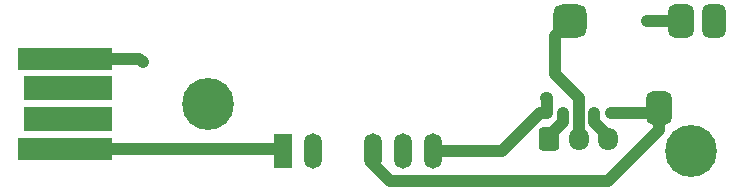
<source format=gtl>
G04 #@! TF.GenerationSoftware,KiCad,Pcbnew,6.0.4-6f826c9f35~116~ubuntu18.04.1*
G04 #@! TF.CreationDate,2022-04-21T19:50:10+02:00*
G04 #@! TF.ProjectId,PSU_DCDC_1,5053555f-4443-4444-935f-312e6b696361,rev?*
G04 #@! TF.SameCoordinates,Original*
G04 #@! TF.FileFunction,Copper,L1,Top*
G04 #@! TF.FilePolarity,Positive*
%FSLAX46Y46*%
G04 Gerber Fmt 4.6, Leading zero omitted, Abs format (unit mm)*
G04 Created by KiCad (PCBNEW 6.0.4-6f826c9f35~116~ubuntu18.04.1) date 2022-04-21 19:50:10*
%MOMM*%
%LPD*%
G01*
G04 APERTURE LIST*
G04 Aperture macros list*
%AMRoundRect*
0 Rectangle with rounded corners*
0 $1 Rounding radius*
0 $2 $3 $4 $5 $6 $7 $8 $9 X,Y pos of 4 corners*
0 Add a 4 corners polygon primitive as box body*
4,1,4,$2,$3,$4,$5,$6,$7,$8,$9,$2,$3,0*
0 Add four circle primitives for the rounded corners*
1,1,$1+$1,$2,$3*
1,1,$1+$1,$4,$5*
1,1,$1+$1,$6,$7*
1,1,$1+$1,$8,$9*
0 Add four rect primitives between the rounded corners*
20,1,$1+$1,$2,$3,$4,$5,0*
20,1,$1+$1,$4,$5,$6,$7,0*
20,1,$1+$1,$6,$7,$8,$9,0*
20,1,$1+$1,$8,$9,$2,$3,0*%
G04 Aperture macros list end*
G04 #@! TA.AperFunction,ComponentPad*
%ADD10R,1.500000X3.000000*%
G04 #@! TD*
G04 #@! TA.AperFunction,ComponentPad*
%ADD11O,1.500000X3.000000*%
G04 #@! TD*
G04 #@! TA.AperFunction,SMDPad,CuDef*
%ADD12RoundRect,0.500000X0.500000X0.900000X-0.500000X0.900000X-0.500000X-0.900000X0.500000X-0.900000X0*%
G04 #@! TD*
G04 #@! TA.AperFunction,SMDPad,CuDef*
%ADD13RoundRect,0.700000X0.700000X0.700000X-0.700000X0.700000X-0.700000X-0.700000X0.700000X-0.700000X0*%
G04 #@! TD*
G04 #@! TA.AperFunction,SMDPad,CuDef*
%ADD14RoundRect,0.550000X0.550000X0.850000X-0.550000X0.850000X-0.550000X-0.850000X0.550000X-0.850000X0*%
G04 #@! TD*
G04 #@! TA.AperFunction,ConnectorPad*
%ADD15R,8.000000X1.900000*%
G04 #@! TD*
G04 #@! TA.AperFunction,ConnectorPad*
%ADD16R,7.500000X2.000000*%
G04 #@! TD*
G04 #@! TA.AperFunction,ComponentPad*
%ADD17C,0.700000*%
G04 #@! TD*
G04 #@! TA.AperFunction,ComponentPad*
%ADD18C,4.400000*%
G04 #@! TD*
G04 #@! TA.AperFunction,ComponentPad*
%ADD19RoundRect,0.250000X-0.600000X-0.725000X0.600000X-0.725000X0.600000X0.725000X-0.600000X0.725000X0*%
G04 #@! TD*
G04 #@! TA.AperFunction,ComponentPad*
%ADD20O,1.700000X1.950000*%
G04 #@! TD*
G04 #@! TA.AperFunction,SMDPad,CuDef*
%ADD21R,0.600000X0.700000*%
G04 #@! TD*
G04 #@! TA.AperFunction,ViaPad*
%ADD22C,0.800000*%
G04 #@! TD*
G04 #@! TA.AperFunction,ViaPad*
%ADD23C,1.000000*%
G04 #@! TD*
G04 #@! TA.AperFunction,Conductor*
%ADD24C,1.000000*%
G04 #@! TD*
G04 APERTURE END LIST*
D10*
G04 #@! TO.P,PS1,1,+Vin*
G04 #@! TO.N,Net-(J2-Pad1)*
X133377500Y-104000000D03*
D11*
G04 #@! TO.P,PS1,2,-Vin*
G04 #@! TO.N,Net-(J2-Pad4)*
X135917500Y-104000000D03*
G04 #@! TO.P,PS1,4,-Vout*
G04 #@! TO.N,/out-*
X140997500Y-104000000D03*
G04 #@! TO.P,PS1,5,0V*
G04 #@! TO.N,/out0*
X143537500Y-104000000D03*
G04 #@! TO.P,PS1,6,+Vout*
G04 #@! TO.N,/out+*
X146077500Y-104000000D03*
G04 #@! TD*
D12*
G04 #@! TO.P,J1,1*
G04 #@! TO.N,unconnected-(J1-Pad1)*
X169850000Y-93000000D03*
D13*
G04 #@! TO.P,J1,2*
G04 #@! TO.N,/out0*
X157650000Y-93000000D03*
D14*
G04 #@! TO.P,J1,3*
G04 #@! TO.N,/out-*
X165150000Y-100400000D03*
G04 #@! TO.P,J1,4*
G04 #@! TO.N,/out+*
X167050000Y-93000000D03*
G04 #@! TD*
D15*
G04 #@! TO.P,J2,1,VBUS*
G04 #@! TO.N,Net-(J2-Pad1)*
X114895000Y-103810000D03*
D16*
G04 #@! TO.P,J2,2,D-*
G04 #@! TO.N,unconnected-(J2-Pad2)*
X115145000Y-101300000D03*
G04 #@! TO.P,J2,3,D+*
G04 #@! TO.N,unconnected-(J2-Pad3)*
X115145000Y-98700000D03*
D15*
G04 #@! TO.P,J2,4,GND*
G04 #@! TO.N,Net-(J2-Pad4)*
X114895000Y-96190000D03*
G04 #@! TD*
D17*
G04 #@! TO.P,REF\u002A\u002A,1*
G04 #@! TO.N,N/C*
X128166726Y-101166726D03*
X125833274Y-98833274D03*
X128166726Y-98833274D03*
X125833274Y-101166726D03*
X128650000Y-100000000D03*
D18*
X127000000Y-100000000D03*
D17*
X127000000Y-98350000D03*
X125350000Y-100000000D03*
X127000000Y-101650000D03*
G04 #@! TD*
D19*
G04 #@! TO.P,J3,1,Pin_1*
G04 #@! TO.N,Net-(D2-Pad2)*
X155900000Y-103000000D03*
D20*
G04 #@! TO.P,J3,2,Pin_2*
G04 #@! TO.N,/out0*
X158400000Y-103000000D03*
G04 #@! TO.P,J3,3,Pin_3*
G04 #@! TO.N,Net-(D1-Pad1)*
X160900000Y-103000000D03*
G04 #@! TD*
D21*
G04 #@! TO.P,D2,1,K*
G04 #@! TO.N,/out+*
X155700000Y-100750000D03*
G04 #@! TO.P,D2,2,A*
G04 #@! TO.N,Net-(D2-Pad2)*
X157100000Y-100750000D03*
G04 #@! TD*
D17*
G04 #@! TO.P,REF\u002A\u002A,1*
G04 #@! TO.N,N/C*
X169066726Y-105166726D03*
X169066726Y-102833274D03*
X169550000Y-104000000D03*
X167900000Y-102350000D03*
D18*
X167900000Y-104000000D03*
D17*
X166733274Y-105166726D03*
X166250000Y-104000000D03*
X166733274Y-102833274D03*
X167900000Y-105650000D03*
G04 #@! TD*
D21*
G04 #@! TO.P,D1,1,K*
G04 #@! TO.N,Net-(D1-Pad1)*
X159700000Y-100750000D03*
G04 #@! TO.P,D1,2,A*
G04 #@! TO.N,/out-*
X161100000Y-100750000D03*
G04 #@! TD*
D22*
G04 #@! TO.N,/out+*
X164150000Y-93000000D03*
X155650000Y-99500000D03*
D23*
G04 #@! TO.N,Net-(J2-Pad4)*
X121500000Y-96500000D03*
G04 #@! TD*
D24*
G04 #@! TO.N,/out-*
X140997500Y-105097500D02*
X142400000Y-106500000D01*
X140997500Y-104000000D02*
X140997500Y-105097500D01*
X142400000Y-106500000D02*
X160900000Y-106500000D01*
X165150000Y-102250000D02*
X165150000Y-100400000D01*
X160900000Y-106500000D02*
X165150000Y-102250000D01*
G04 #@! TO.N,/out+*
X151900000Y-104000000D02*
X155150000Y-100750000D01*
X146077500Y-104000000D02*
X151900000Y-104000000D01*
X155150000Y-100750000D02*
X155700000Y-100750000D01*
G04 #@! TO.N,Net-(D1-Pad1)*
X160900000Y-103000000D02*
X160900000Y-102750000D01*
X160900000Y-102750000D02*
X159700000Y-101550000D01*
X159700000Y-101550000D02*
X159700000Y-100750000D01*
G04 #@! TO.N,/out-*
X164800000Y-100750000D02*
X165150000Y-100400000D01*
X161100000Y-100750000D02*
X164800000Y-100750000D01*
G04 #@! TO.N,/out+*
X155700000Y-99550000D02*
X155650000Y-99500000D01*
X155700000Y-100750000D02*
X155700000Y-99550000D01*
X164150000Y-93000000D02*
X167050000Y-93000000D01*
G04 #@! TO.N,Net-(D2-Pad2)*
X155900000Y-103000000D02*
X155900000Y-102750000D01*
X157100000Y-101550000D02*
X157100000Y-100750000D01*
X155900000Y-102750000D02*
X157100000Y-101550000D01*
G04 #@! TO.N,Net-(J2-Pad1)*
X133377500Y-104000000D02*
X133187500Y-103810000D01*
X133187500Y-103810000D02*
X115895000Y-103810000D01*
G04 #@! TO.N,Net-(J2-Pad4)*
X121190000Y-96190000D02*
X115895000Y-96190000D01*
X121500000Y-96500000D02*
X121190000Y-96190000D01*
G04 #@! TO.N,/out0*
X156400000Y-94250000D02*
X157650000Y-93000000D01*
X158400000Y-103000000D02*
X158400000Y-99500000D01*
X158400000Y-99500000D02*
X156400000Y-97500000D01*
X156400000Y-97500000D02*
X156400000Y-94250000D01*
G04 #@! TD*
M02*

</source>
